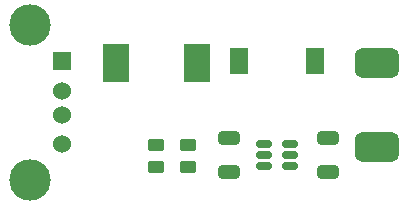
<source format=gbr>
%TF.GenerationSoftware,KiCad,Pcbnew,7.99.0-779-ga24a63e416*%
%TF.CreationDate,2023-06-04T17:09:06+04:00*%
%TF.ProjectId,mt36-08,6d743336-2d30-4382-9e6b-696361645f70,rev?*%
%TF.SameCoordinates,Original*%
%TF.FileFunction,Soldermask,Top*%
%TF.FilePolarity,Negative*%
%FSLAX46Y46*%
G04 Gerber Fmt 4.6, Leading zero omitted, Abs format (unit mm)*
G04 Created by KiCad (PCBNEW 7.99.0-779-ga24a63e416) date 2023-06-04 17:09:06*
%MOMM*%
%LPD*%
G01*
G04 APERTURE LIST*
G04 Aperture macros list*
%AMRoundRect*
0 Rectangle with rounded corners*
0 $1 Rounding radius*
0 $2 $3 $4 $5 $6 $7 $8 $9 X,Y pos of 4 corners*
0 Add a 4 corners polygon primitive as box body*
4,1,4,$2,$3,$4,$5,$6,$7,$8,$9,$2,$3,0*
0 Add four circle primitives for the rounded corners*
1,1,$1+$1,$2,$3*
1,1,$1+$1,$4,$5*
1,1,$1+$1,$6,$7*
1,1,$1+$1,$8,$9*
0 Add four rect primitives between the rounded corners*
20,1,$1+$1,$2,$3,$4,$5,0*
20,1,$1+$1,$4,$5,$6,$7,0*
20,1,$1+$1,$6,$7,$8,$9,0*
20,1,$1+$1,$8,$9,$2,$3,0*%
G04 Aperture macros list end*
%ADD10RoundRect,0.250000X-0.650000X0.325000X-0.650000X-0.325000X0.650000X-0.325000X0.650000X0.325000X0*%
%ADD11RoundRect,0.250000X0.450000X-0.262500X0.450000X0.262500X-0.450000X0.262500X-0.450000X-0.262500X0*%
%ADD12R,1.500000X2.200000*%
%ADD13R,1.524000X1.524000*%
%ADD14C,1.524000*%
%ADD15C,3.500000*%
%ADD16RoundRect,0.625000X-1.270000X-0.625000X1.270000X-0.625000X1.270000X0.625000X-1.270000X0.625000X0*%
%ADD17RoundRect,0.150000X-0.512500X-0.150000X0.512500X-0.150000X0.512500X0.150000X-0.512500X0.150000X0*%
%ADD18RoundRect,0.250000X-0.450000X0.262500X-0.450000X-0.262500X0.450000X-0.262500X0.450000X0.262500X0*%
%ADD19R,2.250000X3.180000*%
G04 APERTURE END LIST*
D10*
%TO.C,C2*%
X99391000Y-84201000D03*
X99391000Y-87151000D03*
%TD*%
D11*
%TO.C,R2*%
X93218000Y-86661000D03*
X93218000Y-84836000D03*
%TD*%
D12*
%TO.C,L2*%
X100280000Y-77724000D03*
X106680000Y-77724000D03*
%TD*%
D13*
%TO.C,J1*%
X85294000Y-77764000D03*
D14*
X85294000Y-80264000D03*
X85294000Y-82264000D03*
X85294000Y-84764000D03*
D15*
X82584000Y-74694000D03*
X82584000Y-87834000D03*
%TD*%
D16*
%TO.C,J3*%
X111964000Y-84963000D03*
%TD*%
D17*
%TO.C,U1*%
X102323000Y-84709000D03*
X102323000Y-85659000D03*
X102323000Y-86609000D03*
X104598000Y-86609000D03*
X104598000Y-85659000D03*
X104598000Y-84709000D03*
%TD*%
D18*
%TO.C,R1*%
X95962000Y-84836000D03*
X95962000Y-86661000D03*
%TD*%
D19*
%TO.C,D1*%
X96724000Y-77851000D03*
X89814000Y-77851000D03*
%TD*%
D10*
%TO.C,C1*%
X107773000Y-84201000D03*
X107773000Y-87151000D03*
%TD*%
D16*
%TO.C,J2*%
X111964000Y-77851000D03*
%TD*%
M02*

</source>
